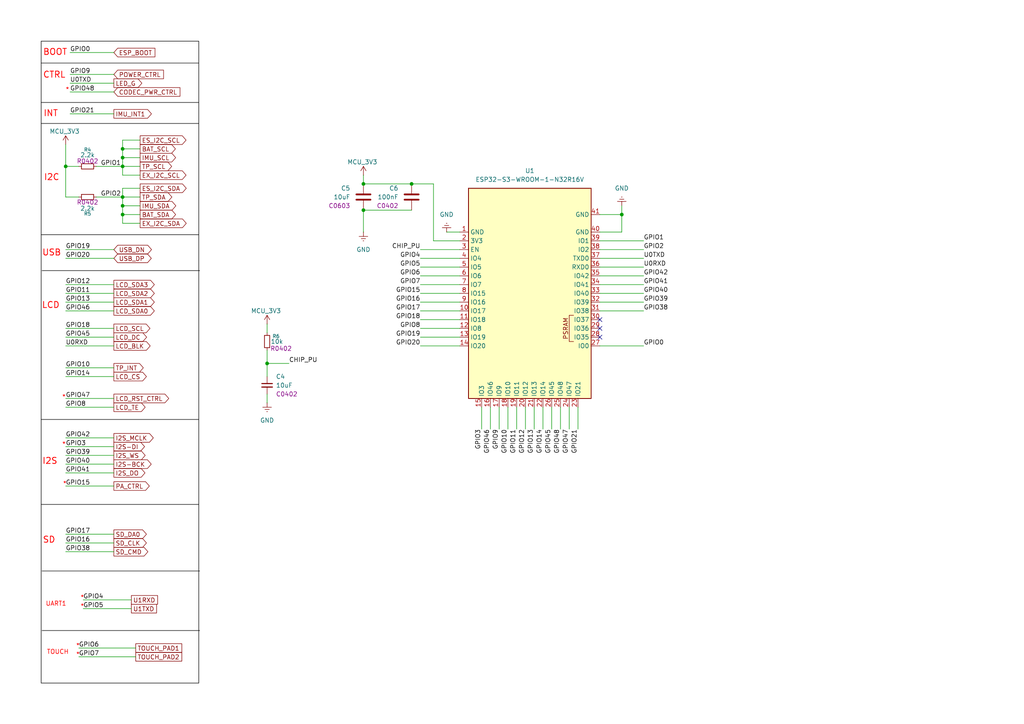
<source format=kicad_sch>
(kicad_sch (version 20250114) (generator "eeschema") (generator_version "9.0")
  (paper "A4")
  (lib_symbols
    (symbol "Device:C" (pin_numbers (hide yes)) (pin_names (offset 0.254))
      (property "Reference" "C" (at 0.635 2.54 0))
      (property "Value" "C" (at 0.635 -2.54 0))
      (symbol "C_0_1"
        (polyline (pts (xy -2.032 0.762) (xy 2.032 0.762)) (stroke (width 0.508)))
        (polyline (pts (xy -2.032 -0.762) (xy 2.032 -0.762)) (stroke (width 0.508)))
      )
      (symbol "C_1_1"
        (pin passive line (at 0 3.81 270) (length 2.794) (name "~") (number "1"))
        (pin passive line (at 0 -3.81 90) (length 2.794) (name "~") (number "2"))
      )
    )
    (symbol "Device:C_Small" (pin_numbers (hide yes)) (pin_names (offset 0.254) (hide yes))
      (property "Reference" "C" (at 0.254 1.778 0))
      (property "Value" "C_Small" (at 0.254 -2.032 0))
      (symbol "C_Small_0_1"
        (polyline (pts (xy -1.524 0.508) (xy 1.524 0.508)) (stroke (width 0.3048)))
        (polyline (pts (xy -1.524 -0.508) (xy 1.524 -0.508)) (stroke (width 0.3302)))
      )
      (symbol "C_Small_1_1"
        (pin passive line (at 0 2.54 270) (length 2.032) (name "~") (number "1"))
        (pin passive line (at 0 -2.54 90) (length 2.032) (name "~") (number "2"))
      )
    )
    (symbol "Device:R_Small" (pin_numbers (hide yes)) (pin_names (offset 0.254) (hide yes))
      (property "Reference" "R" (at 0 0 90))
      (property "Value" "R_Small" (at 1.778 0 90))
      (symbol "R_Small_0_1"
        (rectangle (start -0.762 1.778) (end 0.762 -1.778) (stroke (width 0.2032)))
      )
      (symbol "R_Small_1_1"
        (pin passive line (at 0 2.54 270) (length 0.762) (name "~") (number "1"))
        (pin passive line (at 0 -2.54 90) (length 0.762) (name "~") (number "2"))
      )
    )
    (symbol "EchoEarCopy:ESP32-S3-WROOM-1-N32R16V"
      (property "Reference" "U" (at -16.002 29.464 0))
      (property "Value" "ESP32-S3-WROOM-1-N32R16V" (at 16.002 29.464 0))
      (symbol "ESP32-S3-WROOM-1-N32R16V_0_0"
        (rectangle (start -17.78 27.94) (end 17.78 -33.02) (stroke (width 0.254)) (fill (type background)))
        (text "PSRAM" (at 10.414 -12.7 900) (effects (font (size 1.27 1.27))))
      )
      (symbol "ESP32-S3-WROOM-1-N32R16V_0_1"
        (polyline (pts (xy 12.7 -16.51) (xy 11.43 -16.51) (xy 11.43 -8.89) (xy 12.7 -8.89)))
      )
      (symbol "ESP32-S3-WROOM-1-N32R16V_1_1"
        (pin power_in line (at -20.32 15.24 0) (length 2.54) (name "GND") (number "1"))
        (pin power_in line (at -20.32 12.7 0) (length 2.54) (name "3V3") (number "2"))
        (pin input line (at -20.32 10.16 0) (length 2.54) (name "EN") (number "3"))
        (pin bidirectional line (at -20.32 7.62 0) (length 2.54) (name "IO4") (number "4"))
        (pin bidirectional line (at -20.32 5.08 0) (length 2.54) (name "IO5") (number "5"))
        (pin bidirectional line (at -20.32 2.54 0) (length 2.54) (name "IO6") (number "6"))
        (pin bidirectional line (at -20.32 0 0) (length 2.54) (name "IO7") (number "7"))
        (pin bidirectional line (at -20.32 -2.54 0) (length 2.54) (name "IO15") (number "8"))
        (pin bidirectional line (at -20.32 -5.08 0) (length 2.54) (name "IO16") (number "9"))
        (pin bidirectional line (at -20.32 -7.62 0) (length 2.54) (name "IO17") (number "10"))
        (pin bidirectional line (at -20.32 -10.16 0) (length 2.54) (name "IO18") (number "11"))
        (pin bidirectional line (at -20.32 -12.7 0) (length 2.54) (name "IO8") (number "12"))
        (pin bidirectional line (at -20.32 -15.24 0) (length 2.54) (name "IO19") (number "13"))
        (pin bidirectional line (at -20.32 -17.78 0) (length 2.54) (name "IO20") (number "14"))
        (pin bidirectional line (at -13.97 -35.56 90) (length 2.54) (name "IO3") (number "15"))
        (pin bidirectional line (at -11.43 -35.56 90) (length 2.54) (name "IO46") (number "16"))
        (pin bidirectional line (at -8.89 -35.56 90) (length 2.54) (name "IO9") (number "17"))
        (pin bidirectional line (at -6.35 -35.56 90) (length 2.54) (name "IO10") (number "18"))
        (pin bidirectional line (at -3.81 -35.56 90) (length 2.54) (name "IO11") (number "19"))
        (pin bidirectional line (at -1.27 -35.56 90) (length 2.54) (name "IO12") (number "20"))
        (pin bidirectional line (at 1.27 -35.56 90) (length 2.54) (name "IO13") (number "21"))
        (pin bidirectional line (at 3.81 -35.56 90) (length 2.54) (name "IO14") (number "22"))
        (pin bidirectional line (at 6.35 -35.56 90) (length 2.54) (name "IO45") (number "26"))
        (pin bidirectional line (at 8.89 -35.56 90) (length 2.54) (name "IO48") (number "25"))
        (pin bidirectional line (at 11.43 -35.56 90) (length 2.54) (name "IO47") (number "24"))
        (pin bidirectional line (at 13.97 -35.56 90) (length 2.54) (name "IO21") (number "23"))
        (pin passive line (at 20.32 20.32 180) (length 2.54) (name "GND") (number "41"))
        (pin passive line (at 20.32 15.24 180) (length 2.54) (name "GND") (number "40"))
        (pin bidirectional line (at 20.32 12.7 180) (length 2.54) (name "IO1") (number "39"))
        (pin bidirectional line (at 20.32 10.16 180) (length 2.54) (name "IO2") (number "38"))
        (pin bidirectional line (at 20.32 7.62 180) (length 2.54) (name "TXD0") (number "37"))
        (pin bidirectional line (at 20.32 5.08 180) (length 2.54) (name "RXD0") (number "36"))
        (pin bidirectional line (at 20.32 2.54 180) (length 2.54) (name "IO42") (number "35"))
        (pin bidirectional line (at 20.32 0 180) (length 2.54) (name "IO41") (number "34"))
        (pin bidirectional line (at 20.32 -2.54 180) (length 2.54) (name "IO40") (number "33"))
        (pin bidirectional line (at 20.32 -5.08 180) (length 2.54) (name "IO39") (number "32"))
        (pin bidirectional line (at 20.32 -7.62 180) (length 2.54) (name "IO38") (number "31"))
        (pin bidirectional line (at 20.32 -10.16 180) (length 2.54) (name "IO37") (number "30"))
        (pin bidirectional line (at 20.32 -12.7 180) (length 2.54) (name "IO36") (number "29"))
        (pin bidirectional line (at 20.32 -15.24 180) (length 2.54) (name "IO35") (number "28"))
        (pin bidirectional line (at 20.32 -17.78 180) (length 2.54) (name "IO0") (number "27"))
      )
    )
    (symbol "power:+3V3" (power) (pin_numbers (hide yes)) (pin_names (offset 0) (hide yes))
      (property "Value" "+3V3" (at 0 3.556 0))
      (symbol "+3V3_0_1"
        (polyline (pts (xy -0.762 1.27) (xy 0 2.54)))
        (polyline (pts (xy 0 2.54) (xy 0.762 1.27)))
        (polyline (pts (xy 0 0) (xy 0 2.54)))
      )
      (symbol "+3V3_1_1"
        (pin power_in line (at 0 0 90) (length 0) (name "~") (number "1"))
      )
    )
    (symbol "power:Earth" (power) (pin_numbers (hide yes)) (pin_names (offset 0) (hide yes))
      (property "Value" "Earth" (at 0 -3.81 0))
      (symbol "Earth_0_1"
        (polyline (pts (xy -0.635 -1.905) (xy 0.635 -1.905)))
        (polyline (pts (xy -0.127 -2.54) (xy 0.127 -2.54)))
        (polyline (pts (xy 0 -1.27) (xy 0 0)))
        (polyline (pts (xy 1.27 -1.27) (xy -1.27 -1.27)))
      )
      (symbol "Earth_1_1"
        (pin power_in line (at 0 0 270) (length 0) (name "~") (number "1"))
      )
    )
  )
  (rectangle (start 11.938 11.938) (end 57.658 198.12) (stroke (width 0) (color 0 0 0 1)))
  (text "LCD" (at 14.732 88.646 0) (effects (font (size 1.778 1.778) (thickness 0.2223))))
  (text "CTRL" (at 15.748 21.844 0) (effects (font (size 1.778 1.778) (thickness 0.2223))))
  (text "*" (at 18.542 115.316 0) (effects (font (size 1.27 1.27))))
  (text "*" (at 23.876 173.482 0) (effects (font (size 1.27 1.27))))
  (text "*" (at 18.796 140.462 0) (effects (font (size 1.27 1.27))))
  (text "TOUCH\n" (at 16.764 189.23 0) (effects (font (size 1.27 1.27) (thickness 0.1588))))
  (text "*" (at 22.606 189.992 0) (effects (font (size 1.27 1.27))))
  (text "BOOT" (at 16.002 15.24 0) (effects (font (size 1.778 1.778) (thickness 0.2223))))
  (text "*" (at 22.606 187.452 0) (effects (font (size 1.27 1.27))))
  (text "*" (at 19.558 26.162 0) (effects (font (size 1.27 1.27))))
  (text "I2S" (at 14.478 133.858 0) (effects (font (size 1.778 1.778) (thickness 0.2223))))
  (text "I2C" (at 14.986 51.562 0) (effects (font (size 1.778 1.778) (thickness 0.2223))))
  (text "*" (at 23.876 176.022 0) (effects (font (size 1.27 1.27))))
  (text "UART1" (at 16.256 175.26 0) (effects (font (size 1.27 1.27) (thickness 0.1588))))
  (text "INT\n" (at 14.732 33.02 0) (effects (font (size 1.778 1.778) (thickness 0.2223))))
  (text "SD" (at 14.224 156.718 0) (effects (font (size 1.778 1.778) (thickness 0.2223))))
  (text "*" (at 18.542 129.032 0) (effects (font (size 1.27 1.27))))
  (text "USB" (at 14.986 73.406 0) (effects (font (size 1.778 1.778) (thickness 0.2223))))
  (junction (at 105.41 60.96))
  (junction (at 35.56 57.15))
  (junction (at 180.34 62.23))
  (junction (at 35.56 45.72))
  (junction (at 35.56 62.23))
  (junction (at 19.05 48.26))
  (junction (at 119.38 53.34))
  (junction (at 35.56 43.18))
  (junction (at 35.56 48.26))
  (junction (at 77.47 105.41))
  (junction (at 35.56 59.69))
  (junction (at 105.41 53.34))
  (no_connect (at 173.99 92.71))
  (no_connect (at 173.99 95.25))
  (no_connect (at 173.99 97.79))
  (wire (pts (xy 35.56 59.69) (xy 35.56 62.23)))
  (wire (pts (xy 35.56 50.8) (xy 40.64 50.8)))
  (wire (pts (xy 19.05 160.02) (xy 33.02 160.02)))
  (wire (pts (xy 152.4 118.11) (xy 152.4 124.46)))
  (wire (pts (xy 24.13 176.53) (xy 38.1 176.53)))
  (wire (pts (xy 142.24 118.11) (xy 142.24 124.46)))
  (wire (pts (xy 35.56 57.15) (xy 40.64 57.15)))
  (wire (pts (xy 105.41 60.96) (xy 105.41 67.31)))
  (wire (pts (xy 35.56 64.77) (xy 40.64 64.77)))
  (wire (pts (xy 19.05 74.93) (xy 33.02 74.93)))
  (wire (pts (xy 20.32 15.24) (xy 33.02 15.24)))
  (polyline (pts (xy 12.192 78.486) (xy 57.912 78.486)) (stroke (width 0) (type solid) (color 0 0 0 1)))
  (wire (pts (xy 173.99 74.93) (xy 186.69 74.93)))
  (wire (pts (xy 19.05 85.09) (xy 33.02 85.09)))
  (wire (pts (xy 121.92 77.47) (xy 133.35 77.47)))
  (wire (pts (xy 35.56 54.61) (xy 40.64 54.61)))
  (wire (pts (xy 173.99 90.17) (xy 186.69 90.17)))
  (wire (pts (xy 173.99 85.09) (xy 186.69 85.09)))
  (wire (pts (xy 165.1 118.11) (xy 165.1 124.46)))
  (wire (pts (xy 19.05 132.08) (xy 33.02 132.08)))
  (wire (pts (xy 35.56 40.64) (xy 40.64 40.64)))
  (wire (pts (xy 19.05 82.55) (xy 33.02 82.55)))
  (wire (pts (xy 121.92 74.93) (xy 133.35 74.93)))
  (wire (pts (xy 173.99 100.33) (xy 186.69 100.33)))
  (wire (pts (xy 19.05 154.94) (xy 33.02 154.94)))
  (wire (pts (xy 20.32 26.67) (xy 33.02 26.67)))
  (wire (pts (xy 35.56 45.72) (xy 35.56 48.26)))
  (wire (pts (xy 19.05 127) (xy 33.02 127)))
  (wire (pts (xy 125.73 69.85) (xy 133.35 69.85)))
  (wire (pts (xy 173.99 69.85) (xy 186.69 69.85)))
  (wire (pts (xy 35.56 43.18) (xy 40.64 43.18)))
  (wire (pts (xy 173.99 72.39) (xy 186.69 72.39)))
  (wire (pts (xy 77.47 101.6) (xy 77.47 105.41)))
  (wire (pts (xy 157.48 118.11) (xy 157.48 124.46)))
  (wire (pts (xy 125.73 53.34) (xy 125.73 69.85)))
  (wire (pts (xy 160.02 118.11) (xy 160.02 124.46)))
  (wire (pts (xy 35.56 45.72) (xy 40.64 45.72)))
  (wire (pts (xy 19.05 41.91) (xy 19.05 48.26)))
  (wire (pts (xy 35.56 48.26) (xy 40.64 48.26)))
  (wire (pts (xy 35.56 40.64) (xy 35.56 43.18)))
  (wire (pts (xy 173.99 82.55) (xy 186.69 82.55)))
  (wire (pts (xy 19.05 134.62) (xy 33.02 134.62)))
  (wire (pts (xy 77.47 105.41) (xy 83.82 105.41)))
  (wire (pts (xy 139.7 118.11) (xy 139.7 124.46)))
  (wire (pts (xy 121.92 92.71) (xy 133.35 92.71)))
  (wire (pts (xy 121.92 95.25) (xy 133.35 95.25)))
  (wire (pts (xy 19.05 118.11) (xy 33.02 118.11)))
  (wire (pts (xy 121.92 80.01) (xy 133.35 80.01)))
  (wire (pts (xy 162.56 118.11) (xy 162.56 124.46)))
  (wire (pts (xy 19.05 97.79) (xy 33.02 97.79)))
  (wire (pts (xy 19.05 57.15) (xy 22.86 57.15)))
  (wire (pts (xy 35.56 57.15) (xy 35.56 59.69)))
  (wire (pts (xy 173.99 87.63) (xy 186.69 87.63)))
  (wire (pts (xy 20.32 33.02) (xy 33.02 33.02)))
  (wire (pts (xy 24.13 173.99) (xy 38.1 173.99)))
  (wire (pts (xy 121.92 72.39) (xy 133.35 72.39)))
  (polyline (pts (xy 11.938 146.304) (xy 57.658 146.304)) (stroke (width 0) (type solid) (color 0 0 0 1)))
  (wire (pts (xy 20.32 24.13) (xy 33.02 24.13)))
  (wire (pts (xy 121.92 97.79) (xy 133.35 97.79)))
  (polyline (pts (xy 11.938 35.814) (xy 57.658 35.814)) (stroke (width 0) (type solid) (color 0 0 0 1)))
  (wire (pts (xy 19.05 48.26) (xy 22.86 48.26)))
  (wire (pts (xy 19.05 157.48) (xy 33.02 157.48)))
  (wire (pts (xy 173.99 80.01) (xy 186.69 80.01)))
  (wire (pts (xy 35.56 59.69) (xy 40.64 59.69)))
  (wire (pts (xy 149.86 118.11) (xy 149.86 124.46)))
  (wire (pts (xy 22.86 187.96) (xy 39.37 187.96)))
  (polyline (pts (xy 12.192 182.88) (xy 57.912 182.88)) (stroke (width 0) (type solid) (color 0 0 0 1)))
  (wire (pts (xy 19.05 87.63) (xy 33.02 87.63)))
  (wire (pts (xy 35.56 62.23) (xy 35.56 64.77)))
  (wire (pts (xy 19.05 48.26) (xy 19.05 57.15)))
  (wire (pts (xy 19.05 109.22) (xy 33.02 109.22)))
  (wire (pts (xy 19.05 90.17) (xy 33.02 90.17)))
  (wire (pts (xy 20.32 21.59) (xy 33.02 21.59)))
  (wire (pts (xy 19.05 72.39) (xy 33.02 72.39)))
  (wire (pts (xy 19.05 106.68) (xy 33.02 106.68)))
  (wire (pts (xy 147.32 118.11) (xy 147.32 124.46)))
  (wire (pts (xy 121.92 100.33) (xy 133.35 100.33)))
  (wire (pts (xy 173.99 62.23) (xy 180.34 62.23)))
  (wire (pts (xy 77.47 105.41) (xy 77.47 109.22)))
  (wire (pts (xy 121.92 90.17) (xy 133.35 90.17)))
  (polyline (pts (xy 11.938 121.666) (xy 57.658 121.666)) (stroke (width 0) (type solid) (color 0 0 0 1)))
  (wire (pts (xy 180.34 62.23) (xy 180.34 67.31)))
  (wire (pts (xy 144.78 118.11) (xy 144.78 124.46)))
  (wire (pts (xy 105.41 53.34) (xy 119.38 53.34)))
  (wire (pts (xy 125.73 53.34) (xy 119.38 53.34)))
  (wire (pts (xy 19.05 100.33) (xy 33.02 100.33)))
  (wire (pts (xy 121.92 87.63) (xy 133.35 87.63)))
  (wire (pts (xy 35.56 54.61) (xy 35.56 57.15)))
  (wire (pts (xy 22.86 190.5) (xy 39.37 190.5)))
  (wire (pts (xy 77.47 114.3) (xy 77.47 116.84)))
  (wire (pts (xy 35.56 48.26) (xy 35.56 50.8)))
  (wire (pts (xy 35.56 62.23) (xy 40.64 62.23)))
  (wire (pts (xy 27.94 48.26) (xy 35.56 48.26)))
  (polyline (pts (xy 11.938 68.072) (xy 57.658 68.072)) (stroke (width 0) (type solid) (color 0 0 0 1)))
  (polyline (pts (xy 11.938 18.288) (xy 57.658 18.288)) (stroke (width 0) (type solid) (color 0 0 0 1)))
  (wire (pts (xy 19.05 129.54) (xy 33.02 129.54)))
  (wire (pts (xy 19.05 95.25) (xy 33.02 95.25)))
  (polyline (pts (xy 11.938 29.718) (xy 57.658 29.718)) (stroke (width 0) (type solid) (color 0 0 0 1)))
  (wire (pts (xy 105.41 50.8) (xy 105.41 53.34)))
  (polyline (pts (xy 12.192 165.608) (xy 57.912 165.608)) (stroke (width 0) (type solid) (color 0 0 0 1)))
  (wire (pts (xy 173.99 67.31) (xy 180.34 67.31)))
  (wire (pts (xy 121.92 82.55) (xy 133.35 82.55)))
  (wire (pts (xy 19.05 140.97) (xy 33.02 140.97)))
  (wire (pts (xy 19.05 137.16) (xy 33.02 137.16)))
  (wire (pts (xy 27.94 57.15) (xy 35.56 57.15)))
  (wire (pts (xy 167.64 118.11) (xy 167.64 124.46)))
  (wire (pts (xy 121.92 85.09) (xy 133.35 85.09)))
  (wire (pts (xy 129.54 67.31) (xy 133.35 67.31)))
  (wire (pts (xy 173.99 77.47) (xy 186.69 77.47)))
  (wire (pts (xy 105.41 60.96) (xy 119.38 60.96)))
  (wire (pts (xy 35.56 43.18) (xy 35.56 45.72)))
  (wire (pts (xy 180.34 59.69) (xy 180.34 62.23)))
  (wire (pts (xy 77.47 93.98) (xy 77.47 96.52)))
  (wire (pts (xy 154.94 118.11) (xy 154.94 124.46)))
  (wire (pts (xy 19.05 115.57) (xy 33.02 115.57)))
  (label "GPIO46" (at 19.05 90.17 0))
  (label "GPIO48" (at 20.32 26.67 0))
  (label "GPIO42" (at 19.05 127 0) (effects (font (thickness 0.1588))))
  (label "GPIO18" (at 121.92 92.71 180))
  (label "GPIO19" (at 121.92 97.79 180))
  (label "GPIO1" (at 29.21 48.26 0))
  (label "GPIO15" (at 121.92 85.09 180))
  (label "GPIO21" (at 167.64 124.46 270))
  (label "GPIO46" (at 142.24 124.46 270))
  (label "GPIO41" (at 19.05 137.16 0))
  (label "GPIO5" (at 121.92 77.47 180))
  (label "GPIO10" (at 147.32 124.46 270))
  (label "GPIO18" (at 19.05 95.25 0))
  (label "GPIO7" (at 121.92 82.55 180))
  (label "GPIO0" (at 20.32 15.24 0))
  (label "GPIO3" (at 139.7 124.46 270))
  (label "GPIO16" (at 19.05 157.48 0) (effects (font (thickness 0.1588))))
  (label "GPIO15" (at 19.05 140.97 0))
  (label "GPIO12" (at 19.05 82.55 0) (effects (font (thickness 0.1588))))
  (label "GPIO47" (at 165.1 124.46 270))
  (label "GPIO4" (at 121.92 74.93 180))
  (label "GPIO10" (at 19.05 106.68 0))
  (label "GPIO17" (at 19.05 154.94 0) (effects (font (thickness 0.1588))))
  (label "GPIO38" (at 19.05 160.02 0))
  (label "GPIO19" (at 19.05 72.39 0) (effects (font (thickness 0.1588))))
  (label "GPIO42" (at 186.69 80.01 0))
  (label "GPIO9" (at 20.32 21.59 0))
  (label "GPIO9" (at 144.78 124.46 270))
  (label "U0TXD" (at 20.32 24.13 0))
  (label "GPIO20" (at 121.92 100.33 180))
  (label "GPIO1" (at 186.69 69.85 0))
  (label "GPIO11" (at 149.86 124.46 270))
  (label "GPIO7" (at 22.86 190.5 0) (effects (font (thickness 0.1588))))
  (label "GPIO0" (at 186.69 100.33 0))
  (label "GPIO48" (at 162.56 124.46 270))
  (label "GPIO2" (at 186.69 72.39 0))
  (label "GPIO16" (at 121.92 87.63 180))
  (label "U0RXD" (at 186.69 77.47 0))
  (label "CHIP_PU" (at 121.92 72.39 180))
  (label "GPIO39" (at 186.69 87.63 0))
  (label "GPIO6" (at 22.86 187.96 0) (effects (font (thickness 0.1588))))
  (label "U0RXD" (at 19.05 100.33 0))
  (label "GPIO41" (at 186.69 82.55 0))
  (label "GPIO14" (at 157.48 124.46 270))
  (label "GPIO40" (at 19.05 134.62 0))
  (label "GPIO6" (at 121.92 80.01 180))
  (label "U0TXD" (at 186.69 74.93 0))
  (label "GPIO45" (at 19.05 97.79 0))
  (label "GPIO11" (at 19.05 85.09 0) (effects (font (thickness 0.1588))))
  (label "GPIO3" (at 19.05 129.54 0) (effects (font (thickness 0.1588))))
  (label "GPIO4" (at 24.13 173.99 0) (effects (font (thickness 0.1588))))
  (label "GPIO40" (at 186.69 85.09 0))
  (label "CHIP_PU" (at 83.82 105.41 0) (effects (font (thickness 0.1588))))
  (label "GPIO14" (at 19.05 109.22 0))
  (label "GPIO39" (at 19.05 132.08 0) (effects (font (thickness 0.1588))))
  (label "GPIO13" (at 154.94 124.46 270))
  (label "GPIO17" (at 121.92 90.17 180))
  (label "GPIO5" (at 24.13 176.53 0) (effects (font (thickness 0.1588))))
  (label "GPIO8" (at 121.92 95.25 180))
  (label "GPIO47" (at 19.05 115.57 0))
  (label "GPIO20" (at 19.05 74.93 0) (effects (font (thickness 0.1588))))
  (label "GPIO38" (at 186.69 90.17 0))
  (label "GPIO12" (at 152.4 124.46 270))
  (label "GPIO45" (at 160.02 124.46 270))
  (label "GPIO13" (at 19.05 87.63 0) (effects (font (thickness 0.1588))))
  (label "GPIO21" (at 20.32 33.02 0))
  (label "GPIO8" (at 19.05 118.11 0))
  (label "GPIO2" (at 29.21 57.15 0))
  (global_label "IMU_INT1" (shape output) (at 33.02 33.02 0) (property "Intersheetrefs" "${INTERSHEET_REFS}" (effects (hide yes))))
  (global_label "LCD_BLK" (shape output) (at 33.02 100.33 0) (property "Intersheetrefs" "${INTERSHEET_REFS}" (effects (hide yes))))
  (global_label "TP_INT" (shape output) (at 33.02 106.68 0) (property "Intersheetrefs" "${INTERSHEET_REFS}" (effects (hide yes))))
  (global_label "IMU_SDA" (shape output) (at 40.64 59.69 0) (property "Intersheetrefs" "${INTERSHEET_REFS}" (effects (hide yes))))
  (global_label "USB_DN" (shape bidirectional) (at 33.02 72.39 0) (effects (font (thickness 0.1588))) (property "Intersheetrefs" "${INTERSHEET_REFS}" (effects (hide yes))))
  (global_label "LCD_SDA0" (shape output) (at 33.02 90.17 0) (property "Intersheetrefs" "${INTERSHEET_REFS}" (effects (hide yes))))
  (global_label "I2S_WS" (shape output) (at 33.02 132.08 0) (property "Intersheetrefs" "${INTERSHEET_REFS}" (effects (hide yes))))
  (global_label "USB_DP" (shape bidirectional) (at 33.02 74.93 0) (effects (font (thickness 0.1588))) (property "Intersheetrefs" "${INTERSHEET_REFS}" (effects (hide yes))))
  (global_label "IMU_SCL" (shape output) (at 40.64 45.72 0) (property "Intersheetrefs" "${INTERSHEET_REFS}" (effects (hide yes))))
  (global_label "ESP_BOOT" (shape input) (at 33.02 15.24 0) (property "Intersheetrefs" "${INTERSHEET_REFS}" (effects (hide yes))))
  (global_label "U1TXD" (shape passive) (at 38.1 176.53 0) (effects (font (thickness 0.1588))) (property "Intersheetrefs" "${INTERSHEET_REFS}" (effects (hide yes))))
  (global_label "LED_G" (shape output) (at 33.02 24.13 0) (property "Intersheetrefs" "${INTERSHEET_REFS}" (effects (hide yes))))
  (global_label "I2S-BCK" (shape output) (at 33.02 134.62 0) (property "Intersheetrefs" "${INTERSHEET_REFS}" (effects (hide yes))))
  (global_label "BAT_SCL" (shape output) (at 40.64 43.18 0) (property "Intersheetrefs" "${INTERSHEET_REFS}" (effects (hide yes))))
  (global_label "LCD_SDA2" (shape output) (at 33.02 85.09 0) (property "Intersheetrefs" "${INTERSHEET_REFS}" (effects (hide yes))))
  (global_label "TP_SDA" (shape output) (at 40.64 57.15 0) (property "Intersheetrefs" "${INTERSHEET_REFS}" (effects (hide yes))))
  (global_label "U1RXD" (shape passive) (at 38.1 173.99 0) (effects (font (thickness 0.1588))) (property "Intersheetrefs" "${INTERSHEET_REFS}" (effects (hide yes))))
  (global_label "CODEC_PWR_CTRL" (shape input) (at 33.02 26.67 0) (property "Intersheetrefs" "${INTERSHEET_REFS}" (effects (hide yes))))
  (global_label "POWER_CTRL" (shape input) (at 33.02 21.59 0) (property "Intersheetrefs" "${INTERSHEET_REFS}" (effects (hide yes))))
  (global_label "ES_I2C_SCL" (shape output) (at 40.64 40.64 0) (property "Intersheetrefs" "${INTERSHEET_REFS}" (effects (hide yes))))
  (global_label "LCD_RST_CTRL" (shape output) (at 33.02 115.57 0) (property "Intersheetrefs" "${INTERSHEET_REFS}" (effects (hide yes))))
  (global_label "EX_I2C_SCL" (shape output) (at 40.64 50.8 0) (property "Intersheetrefs" "${INTERSHEET_REFS}" (effects (hide yes))))
  (global_label "SD_CMD" (shape output) (at 33.02 160.02 0) (property "Intersheetrefs" "${INTERSHEET_REFS}" (effects (hide yes))))
  (global_label "LCD_SDA1" (shape output) (at 33.02 87.63 0) (property "Intersheetrefs" "${INTERSHEET_REFS}" (effects (hide yes))))
  (global_label "LCD_SDA3" (shape output) (at 33.02 82.55 0) (property "Intersheetrefs" "${INTERSHEET_REFS}" (effects (hide yes))))
  (global_label "PA_CTRL" (shape output) (at 33.02 140.97 0) (property "Intersheetrefs" "${INTERSHEET_REFS}" (effects (hide yes))))
  (global_label "ES_I2C_SDA" (shape output) (at 40.64 54.61 0) (property "Intersheetrefs" "${INTERSHEET_REFS}" (effects (hide yes))))
  (global_label "SD_DA0" (shape output) (at 33.02 154.94 0) (property "Intersheetrefs" "${INTERSHEET_REFS}" (effects (hide yes))))
  (global_label "BAT_SDA" (shape output) (at 40.64 62.23 0) (property "Intersheetrefs" "${INTERSHEET_REFS}" (effects (hide yes))))
  (global_label "TOUCH_PAD2" (shape passive) (at 39.37 190.5 0) (effects (font (thickness 0.1588))) (property "Intersheetrefs" "${INTERSHEET_REFS}" (effects (hide yes))))
  (global_label "I2S_MCLK" (shape output) (at 33.02 127 0) (effects (font (thickness 0.1588))) (property "Intersheetrefs" "${INTERSHEET_REFS}" (effects (hide yes))))
  (global_label "TOUCH_PAD1" (shape passive) (at 39.37 187.96 0) (effects (font (thickness 0.1588))) (property "Intersheetrefs" "${INTERSHEET_REFS}" (effects (hide yes))))
  (global_label "LCD_DC" (shape output) (at 33.02 97.79 0) (property "Intersheetrefs" "${INTERSHEET_REFS}" (effects (hide yes))))
  (global_label "EX_I2C_SDA" (shape output) (at 40.64 64.77 0) (property "Intersheetrefs" "${INTERSHEET_REFS}" (effects (hide yes))))
  (global_label "SD_CLK" (shape output) (at 33.02 157.48 0) (property "Intersheetrefs" "${INTERSHEET_REFS}" (effects (hide yes))))
  (global_label "LCD_CS" (shape output) (at 33.02 109.22 0) (property "Intersheetrefs" "${INTERSHEET_REFS}" (effects (hide yes))))
  (global_label "TP_SCL" (shape output) (at 40.64 48.26 0) (property "Intersheetrefs" "${INTERSHEET_REFS}" (effects (hide yes))))
  (global_label "LCD_TE" (shape output) (at 33.02 118.11 0) (property "Intersheetrefs" "${INTERSHEET_REFS}" (effects (hide yes))))
  (global_label "I2S-DI" (shape output) (at 33.02 129.54 0) (effects (font (thickness 0.1588))) (property "Intersheetrefs" "${INTERSHEET_REFS}" (effects (hide yes))))
  (global_label "I2S_DO" (shape output) (at 33.02 137.16 0) (property "Intersheetrefs" "${INTERSHEET_REFS}" (effects (hide yes))))
  (global_label "LCD_SCL" (shape output) (at 33.02 95.25 0) (property "Intersheetrefs" "${INTERSHEET_REFS}" (effects (hide yes))))
  (symbol (lib_id "power:+3V3") (at 105.41 50.8 0) (mirror y) (unit 1)
    (property "Reference" "#PWR011" (effects (hide yes)))
    (property "Value" "MCU_3V3" (at 109.474 46.99 0) (effects (justify left)))
    (property "Description" "Power symbol creates a global label with name \"+3V3\"" (effects (hide yes)))
  )
  (symbol (lib_id "Device:C") (at 119.38 57.15 0) (mirror x) (unit 1)
    (property "Reference" "C6" (at 115.57 54.6099 0) (effects (justify right)))
    (property "Value" "100nF" (at 115.57 57.1499 0) (effects (justify right)))
    (property "Footprint" "C0402" (at 115.57 59.6899 0) (effects (justify right)))
    (property "Description" "Unpolarized capacitor" (effects (hide yes)))
  )
  (symbol (lib_id "power:Earth") (at 180.34 59.69 180) (unit 1)
    (property "Reference" "#PWR014" (effects (hide yes)))
    (property "Value" "GND" (at 180.34 54.61 0))
    (property "Description" "Power symbol creates a global label with name \"Earth\"" (effects (hide yes)))
  )
  (symbol (lib_id "EchoEarCopy:ESP32-S3-WROOM-1-N32R16V") (at 153.67 82.55 0) (unit 1)
    (property "Reference" "U1" (at 153.67 49.53 0))
    (property "Value" "ESP32-S3-WROOM-1-N32R16V" (at 153.67 52.07 0))
    (property "Footprint" "RF_Module:ESP32-S3-WROOM-1" (effects (hide yes)))
    (property "Datasheet" "https://www.espressif.com/sites/default/files/documentation/esp32-s3-wroom-1_wroom-1u_datasheet_en.pdf" (effects (hide yes)))
    (property "Description" "RF Module, ESP32-S3 SoC, Wi-Fi 802.11b/g/n, Bluetooth, BLE, 32-bit, 3.3V, onboard antenna, SMD" (effects (hide yes)))
  )
  (symbol (lib_id "power:Earth") (at 129.54 67.31 180) (unit 1)
    (property "Reference" "#PWR013" (effects (hide yes)))
    (property "Value" "GND" (at 129.54 62.23 0))
    (property "Description" "Power symbol creates a global label with name \"Earth\"" (effects (hide yes)))
  )
  (symbol (lib_id "Device:R_Small") (at 25.4 48.26 270) (unit 1)
    (property "Reference" "R4" (at 25.4 43.434 90) (effects (font (size 1.016 1.016))))
    (property "Value" "2.2k" (at 25.4 44.958 90))
    (property "Footprint" "R0402" (at 25.4 46.736 90))
    (property "Description" "Resistor, small symbol" (effects (hide yes)))
  )
  (symbol (lib_id "Device:C_Small") (at 77.47 111.76 0) (unit 1)
    (property "Reference" "C4" (at 80.01 109.2262 0) (effects (justify left)))
    (property "Value" "10uF" (at 80.01 111.7662 0) (effects (justify left)))
    (property "Footprint" "C0402" (at 80.01 114.3062 0) (effects (justify left)))
    (property "Description" "Unpolarized capacitor, small symbol" (effects (hide yes)))
  )
  (symbol (lib_id "Device:C") (at 105.41 57.15 0) (mirror y) (unit 1)
    (property "Reference" "C5" (at 101.6 54.6099 0) (effects (justify left)))
    (property "Value" "10uF" (at 101.6 57.1499 0) (effects (justify left)))
    (property "Footprint" "C0603" (at 101.6 59.6899 0) (effects (justify left)))
    (property "Description" "Unpolarized capacitor" (effects (hide yes)))
  )
  (symbol (lib_id "Device:R_Small") (at 25.4 57.15 90) (unit 1)
    (property "Reference" "R5" (at 25.4 61.976 90) (effects (font (size 1.016 1.016))))
    (property "Value" "2.2k" (at 25.4 60.452 90))
    (property "Footprint" "R0402" (at 25.4 58.674 90))
    (property "Description" "Resistor, small symbol" (effects (hide yes)))
  )
  (symbol (lib_id "power:Earth") (at 105.41 67.31 0) (unit 1)
    (property "Reference" "#PWR012" (effects (hide yes)))
    (property "Value" "GND" (at 105.41 72.39 0))
    (property "Description" "Power symbol creates a global label with name \"Earth\"" (effects (hide yes)))
  )
  (symbol (lib_id "power:Earth") (at 77.47 116.84 0) (unit 1)
    (property "Reference" "#PWR010" (effects (hide yes)))
    (property "Value" "GND" (at 77.47 121.92 0))
    (property "Description" "Power symbol creates a global label with name \"Earth\"" (effects (hide yes)))
  )
  (symbol (lib_id "power:+3V3") (at 19.05 41.91 0) (mirror y) (unit 1)
    (property "Reference" "#PWR08" (effects (hide yes)))
    (property "Value" "MCU_3V3" (at 23.114 38.1 0) (effects (justify left)))
    (property "Description" "Power symbol creates a global label with name \"+3V3\"" (effects (hide yes)))
  )
  (symbol (lib_id "power:+3V3") (at 77.47 93.98 0) (mirror y) (unit 1)
    (property "Reference" "#PWR09" (effects (hide yes)))
    (property "Value" "MCU_3V3" (at 81.534 90.17 0) (effects (justify left)))
    (property "Description" "Power symbol creates a global label with name \"+3V3\"" (effects (hide yes)))
  )
  (symbol (lib_id "Device:R_Small") (at 77.47 99.06 0) (unit 1)
    (property "Reference" "R6" (at 78.994 97.536 0) (effects (font (size 1.016 1.016)) (justify left)))
    (property "Value" "10k" (at 78.486 99.06 0) (effects (justify left)))
    (property "Footprint" "R0402" (at 81.534 101.092 0))
    (property "Description" "Resistor, small symbol" (effects (hide yes)))
  )
)
</source>
